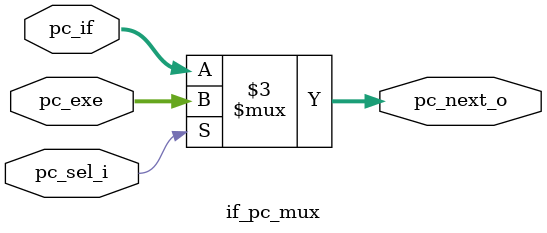
<source format=sv>
module if_pc_mux #(
    parameter ADDR_WIDTH = 32
) (
    input wire [ADDR_WIDTH-1:0] pc_if,
    input wire [ADDR_WIDTH-1:0] pc_exe,
    input wire pc_sel_i,
    output logic [ADDR_WIDTH-1:0] pc_next_o
    );

    always_comb begin
        if (pc_sel_i) begin
            pc_next_o = pc_exe;
        end
        else begin
            pc_next_o = pc_if;
        end
    end
endmodule

</source>
